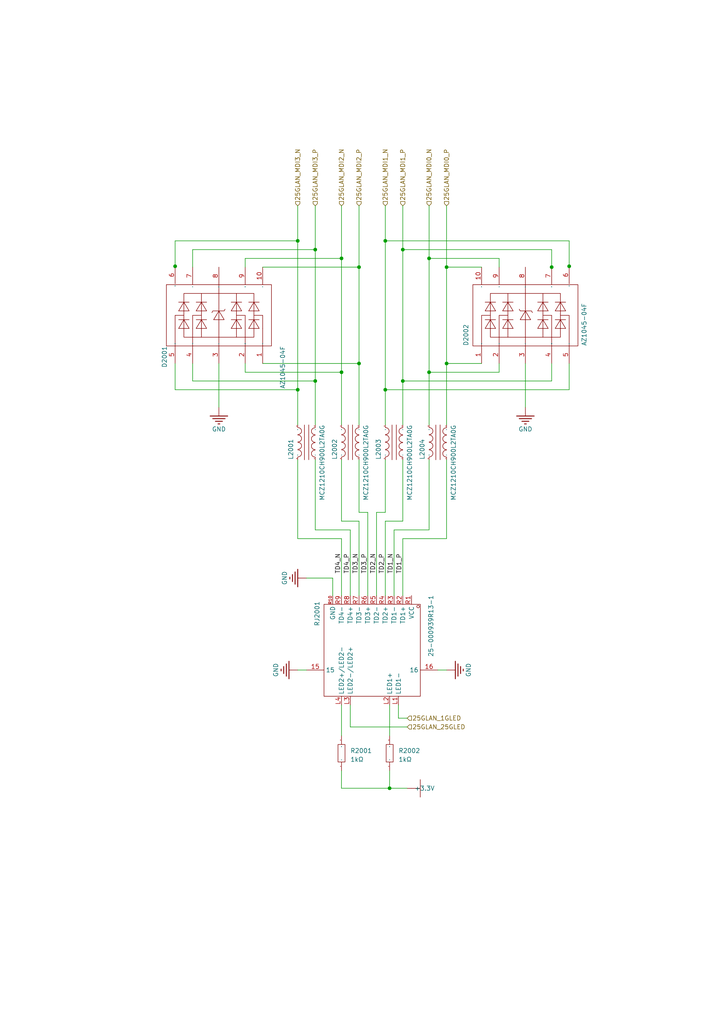
<source format=kicad_sch>
(kicad_sch (version 20250114) (generator "eeschema") (generator_version "9.0")
  (paper "A4" portrait)
  (lib_symbols
    (symbol "mainboard:0603WAF1001T5E"
      (property "Reference" "R" (at 0 0 0))
      (symbol "0603WAF1001T5E_1_0"
        (rectangle (start -2.54 -1.016) (end 2.54 1.016))
        (pin input line (at -5.08 0 0) (length 2.54) (name "1") (number "1"))
        (pin input line (at 5.08 0 180) (length 2.54) (name "2") (number "2"))
      )
    )
    (symbol "mainboard:25-000939R13-1"
      (property "Reference" "RJ" (at 0 0 0))
      (symbol "25-000939R13-1_1_0"
        (rectangle (start -20.32 -8.89) (end 6.35 19.05))
        (circle (center -19.685 18.415) (radius 0.381))
        (pin unspecified line (at -22.86 16.51 0) (length 2.54) (name "VCC") (number "R1"))
        (pin unspecified line (at -22.86 13.97 0) (length 2.54) (name "TD1+") (number "R2"))
        (pin unspecified line (at -22.86 11.43 0) (length 2.54) (name "TD1-") (number "R3"))
        (pin unspecified line (at -22.86 8.89 0) (length 2.54) (name "TD2+") (number "R4"))
        (pin unspecified line (at -22.86 6.35 0) (length 2.54) (name "TD2-") (number "R5"))
        (pin unspecified line (at -22.86 3.81 0) (length 2.54) (name "TD3+") (number "R6"))
        (pin unspecified line (at -22.86 1.27 0) (length 2.54) (name "TD3-") (number "R7"))
        (pin unspecified line (at -22.86 -1.27 0) (length 2.54) (name "TD4+") (number "R8"))
        (pin unspecified line (at -22.86 -3.81 0) (length 2.54) (name "TD4-") (number "R9"))
        (pin unspecified line (at -22.86 -6.35 0) (length 2.54) (name "GND") (number "R10"))
        (pin unspecified line (at -1.27 24.13 270) (length 5.08) (name "16") (number "16"))
        (pin unspecified line (at -1.27 -13.97 90) (length 5.08) (name "15") (number "15"))
        (pin unspecified line (at 8.89 12.7 180) (length 2.54) (name "LED1-") (number "L1"))
        (pin unspecified line (at 8.89 10.16 180) (length 2.54) (name "LED1+") (number "L2"))
        (pin unspecified line (at 8.89 -1.27 180) (length 2.54) (name "LED2-/LED2+") (number "L3"))
        (pin unspecified line (at 8.89 -3.81 180) (length 2.54) (name "LED2+/LED2-") (number "L4"))
      )
    )
    (symbol "mainboard:AZ1045-04F"
      (property "Reference" "D" (at 0 0 0))
      (symbol "AZ1045-04F_1_0"
        (rectangle (start -15.24 -10.16) (end 15.24 7.62))
        (polyline (pts (xy -12.7 -5.08) (xy -12.7 -10.16)))
        (polyline (pts (xy -11.684 2.54) (xy -8.636 2.54)))
        (polyline (pts (xy -11.684 -2.54) (xy -8.636 -2.54)))
        (polyline (pts (xy -10.16 2.54) (xy -10.16 5.08) (xy -10.16 5.08) (xy 10.16 5.08) (xy 10.16 5.08) (xy 10.16 2.54) (xy 10.16 2.54) (xy 10.16 -7.62) (xy 10.16 -7.62) (xy -10.16 -7.62) (xy -10.16 -7.62) (xy -10.16 2.54)))
        (polyline (pts (xy -10.16 -1.27) (xy -12.7 -1.27) (xy -12.7 -1.27) (xy -12.7 -5.08)))
        (polyline (pts (xy -8.636 0) (xy -10.16 2.54) (xy -10.16 2.54) (xy -11.684 0) (xy -11.684 0) (xy -8.636 0)))
        (polyline (pts (xy -8.636 -5.08) (xy -10.16 -2.54) (xy -10.16 -2.54) (xy -11.684 -5.08) (xy -11.684 -5.08) (xy -8.636 -5.08)))
        (polyline (pts (xy -7.62 -5.08) (xy -7.62 -10.16)))
        (polyline (pts (xy -6.604 2.54) (xy -3.556 2.54)))
        (polyline (pts (xy -6.604 -2.54) (xy -3.556 -2.54)))
        (polyline (pts (xy -5.08 5.08) (xy -5.08 -7.62)))
        (polyline (pts (xy -5.08 -1.27) (xy -7.62 -1.27) (xy -7.62 -1.27) (xy -7.62 -5.08)))
        (polyline (pts (xy -3.556 0) (xy -5.08 2.54) (xy -5.08 2.54) (xy -6.604 0) (xy -6.604 0) (xy -3.556 0)))
        (polyline (pts (xy -3.556 -5.08) (xy -5.08 -2.54) (xy -5.08 -2.54) (xy -6.604 -5.08) (xy -6.604 -5.08) (xy -3.556 -5.08)))
        (polyline (pts (xy 0 5.08) (xy 0 7.62)))
        (polyline (pts (xy 0 5.08) (xy 0 -7.62)))
        (polyline (pts (xy 0 -7.62) (xy 0 -10.16)))
        (polyline (pts (xy 1.524 -2.54) (xy 0 0) (xy 0 0) (xy -1.524 -2.54) (xy -1.524 -2.54) (xy 1.524 -2.54)))
        (polyline (pts (xy 2.032 -0.508) (xy 1.778 0) (xy 1.778 0) (xy -1.524 0) (xy -1.524 0) (xy -1.778 0.508)))
        (polyline (pts (xy 3.556 2.54) (xy 6.604 2.54)))
        (polyline (pts (xy 3.556 -2.54) (xy 6.604 -2.54)))
        (polyline (pts (xy 5.08 5.08) (xy 5.08 -7.62)))
        (polyline (pts (xy 5.08 -1.27) (xy 7.62 -1.27) (xy 7.62 -1.27) (xy 7.62 -5.08)))
        (polyline (pts (xy 6.604 0) (xy 5.08 2.54) (xy 5.08 2.54) (xy 3.556 0) (xy 3.556 0) (xy 6.604 0)))
        (polyline (pts (xy 6.604 -5.08) (xy 5.08 -2.54) (xy 5.08 -2.54) (xy 3.556 -5.08) (xy 3.556 -5.08) (xy 6.604 -5.08)))
        (polyline (pts (xy 7.62 -5.08) (xy 7.62 -10.16)))
        (polyline (pts (xy 8.636 2.54) (xy 11.684 2.54)))
        (polyline (pts (xy 8.636 -2.54) (xy 11.684 -2.54)))
        (polyline (pts (xy 10.16 -1.27) (xy 12.7 -1.27) (xy 12.7 -1.27) (xy 12.7 -5.08)))
        (polyline (pts (xy 11.684 0) (xy 10.16 2.54) (xy 10.16 2.54) (xy 8.636 0) (xy 8.636 0) (xy 11.684 0)))
        (polyline (pts (xy 11.684 -5.08) (xy 10.16 -2.54) (xy 10.16 -2.54) (xy 8.636 -5.08) (xy 8.636 -5.08) (xy 11.684 -5.08)))
        (polyline (pts (xy 12.7 -5.08) (xy 12.7 -10.16)))
        (pin unspecified line (at -12.7 12.7 270) (length 5.08) (name "NC") (number "10"))
        (pin unspecified line (at -12.7 -15.24 90) (length 5.08) (name "I/O_1") (number "1"))
        (pin unspecified line (at -7.62 12.7 270) (length 5.08) (name "NC") (number "9"))
        (pin unspecified line (at -7.62 -15.24 90) (length 5.08) (name "I/O_2") (number "2"))
        (pin unspecified line (at 0 12.7 270) (length 5.08) (name "GND") (number "8"))
        (pin unspecified line (at 0 -15.24 90) (length 5.08) (name "GND") (number "3"))
        (pin unspecified line (at 7.62 12.7 270) (length 5.08) (name "NC") (number "7"))
        (pin unspecified line (at 7.62 -15.24 90) (length 5.08) (name "I/O_3") (number "4"))
        (pin unspecified line (at 12.7 12.954 270) (length 5.08) (name "NC") (number "6"))
        (pin unspecified line (at 12.7 -15.24 90) (length 5.08) (name "I/O_4") (number "5"))
      )
    )
    (symbol "mainboard:Ground-GND" (power) (pin_numbers (hide yes)) (pin_names (hide yes))
      (property "Value" "GND" (at 0 -6.35 0))
      (symbol "Ground-GND_1_0"
        (polyline (pts (xy -2.54 -2.54) (xy 2.54 -2.54)) (stroke (width 0.254)))
        (polyline (pts (xy -1.778 -3.302) (xy 1.778 -3.302)) (stroke (width 0.254)))
        (polyline (pts (xy -1.016 -4.064) (xy 1.016 -4.064)) (stroke (width 0.254)))
        (polyline (pts (xy -0.254 -4.826) (xy 0.254 -4.826)) (stroke (width 0.254)))
        (pin power_in line (at 0 0 270) (length 2.54) (name "") (number "1"))
      )
    )
    (symbol "mainboard:MCZ1210CH900L2TA0G"
      (property "Reference" "U" (at 0 0 0))
      (symbol "MCZ1210CH900L2TA0G_1_0"
        (polyline (pts (xy -4.2672 -2.5146) (xy -4.2164 -2.1082) (xy -4.2164 -2.1082) (xy -4.0132 -1.7526) (xy -4.0132 -1.7526) (xy -3.6576 -1.4986) (xy -3.6576 -1.4986) (xy -3.2512 -1.4224) (xy -3.2512 -1.4224) (xy -2.8702 -1.4986) (xy -2.8702 -1.4986) (xy -2.5146 -1.7526) (xy -2.5146 -1.7526) (xy -2.3114 -2.1082) (xy -2.3114 -2.1082) (xy -2.2606 -2.5146)))
        (polyline (pts (xy -2.2098 2.5146) (xy -2.2352 2.1082) (xy -2.2352 2.1082) (xy -2.4638 1.7526) (xy -2.4638 1.7526) (xy -2.8194 1.4986) (xy -2.8194 1.4986) (xy -3.2004 1.4224) (xy -3.2004 1.4224) (xy -3.6068 1.4986) (xy -3.6068 1.4986) (xy -3.9624 1.7526) (xy -3.9624 1.7526) (xy -4.1656 2.1082) (xy -4.1656 2.1082) (xy -4.2164 2.5146)))
        (polyline (pts (xy -2.1082 -2.5146) (xy -2.0828 -2.1082) (xy -2.0828 -2.1082) (xy -1.8542 -1.7526) (xy -1.8542 -1.7526) (xy -1.4986 -1.4986) (xy -1.4986 -1.4986) (xy -1.1176 -1.4224) (xy -1.1176 -1.4224) (xy -0.7112 -1.4986) (xy -0.7112 -1.4986) (xy -0.3556 -1.7526) (xy -0.3556 -1.7526) (xy -0.1524 -2.1082) (xy -0.1524 -2.1082) (xy -0.1016 -2.5146)))
        (polyline (pts (xy 0 2.5146) (xy -0.0508 2.1082) (xy -0.0508 2.1082) (xy -0.2794 1.7526) (xy -0.2794 1.7526) (xy -0.6096 1.4986) (xy -0.6096 1.4986) (xy -1.016 1.4224) (xy -1.016 1.4224) (xy -1.4224 1.4986) (xy -1.4224 1.4986) (xy -1.7526 1.7526) (xy -1.7526 1.7526) (xy -1.9812 2.1082) (xy -1.9812 2.1082) (xy -2.032 2.5146)))
        (polyline (pts (xy 0 -2.5146) (xy 0.0508 -2.1082) (xy 0.0508 -2.1082) (xy 0.2794 -1.7526) (xy 0.2794 -1.7526) (xy 0.6096 -1.4986) (xy 0.6096 -1.4986) (xy 1.016 -1.4224) (xy 1.016 -1.4224) (xy 1.4224 -1.4986) (xy 1.4224 -1.4986) (xy 1.7526 -1.7526) (xy 1.7526 -1.7526) (xy 1.9812 -2.1082) (xy 1.9812 -2.1082) (xy 2.032 -2.5146)))
        (polyline (pts (xy 2.1082 2.5146) (xy 2.0828 2.1082) (xy 2.0828 2.1082) (xy 1.8542 1.7526) (xy 1.8542 1.7526) (xy 1.4986 1.4986) (xy 1.4986 1.4986) (xy 1.1176 1.4224) (xy 1.1176 1.4224) (xy 0.7112 1.4986) (xy 0.7112 1.4986) (xy 0.3556 1.7526) (xy 0.3556 1.7526) (xy 0.1524 2.1082) (xy 0.1524 2.1082) (xy 0.1016 2.5146)))
        (polyline (pts (xy 2.2098 -2.5146) (xy 2.2352 -2.1082) (xy 2.2352 -2.1082) (xy 2.4638 -1.7526) (xy 2.4638 -1.7526) (xy 2.8194 -1.4986) (xy 2.8194 -1.4986) (xy 3.2004 -1.4224) (xy 3.2004 -1.4224) (xy 3.6068 -1.4986) (xy 3.6068 -1.4986) (xy 3.9624 -1.7526) (xy 3.9624 -1.7526) (xy 4.1656 -2.1082) (xy 4.1656 -2.1082) (xy 4.2164 -2.5146)))
        (polyline (pts (xy 4.2672 2.5146) (xy 4.2164 2.1082) (xy 4.2164 2.1082) (xy 4.0132 1.7526) (xy 4.0132 1.7526) (xy 3.6576 1.4986) (xy 3.6576 1.4986) (xy 3.2512 1.4224) (xy 3.2512 1.4224) (xy 2.8702 1.4986) (xy 2.8702 1.4986) (xy 2.5146 1.7526) (xy 2.5146 1.7526) (xy 2.3114 2.1082) (xy 2.3114 2.1082) (xy 2.2606 2.5146)))
        (polyline (pts (xy 5.0546 0.6604) (xy -5.0546 0.6604)))
        (polyline (pts (xy 5.08 -0.5842) (xy -5.0292 -0.5842)))
        (pin unspecified line (at -5.08 2.54 0) (length 0.762) (name "1") (number "1"))
        (pin unspecified line (at -5.08 -2.54 0) (length 0.762) (name "2") (number "2"))
        (pin unspecified line (at 5.08 2.54 180) (length 0.762) (name "4") (number "4"))
        (pin unspecified line (at 5.08 -2.54 180) (length 0.762) (name "3") (number "3"))
      )
    )
    (symbol "mainboard:Power-5V" (power) (pin_numbers (hide yes)) (pin_names (hide yes))
      (symbol "Power-5V_1_0"
        (polyline (pts (xy -2.54 3.81) (xy 2.54 3.81)))
        (polyline (pts (xy 0 3.81) (xy 0 1.27)))
        (pin power_in line (at 0 0 90) (length 1.27) (name "+3.3V") (number "1"))
      )
    )
  )
  (junction (at 99.06 74.93))
  (junction (at 86.36 69.85))
  (junction (at 160.02 77.47))
  (junction (at 129.54 77.47))
  (junction (at 91.44 110.49))
  (junction (at 129.54 105.41))
  (junction (at 86.36 113.03))
  (junction (at 116.84 72.39))
  (junction (at 91.44 72.39))
  (junction (at 104.14 105.41))
  (junction (at 111.76 69.85))
  (junction (at 104.14 77.47))
  (junction (at 124.46 74.93))
  (junction (at 124.46 107.95))
  (junction (at 99.06 107.95))
  (junction (at 111.76 113.03))
  (junction (at 113.0046 228.6))
  (junction (at 116.84 110.49))
  (junction (at 165.1 77.216))
  (junction (at 50.8 77.216))
  (wire (pts (xy 50.8 69.85) (xy 86.36 69.85)))
  (wire (pts (xy 118.11 210.82) (xy 101.6 210.82)))
  (wire (pts (xy 71.12 105.41) (xy 71.12 107.95)))
  (wire (pts (xy 165.1 113.03) (xy 111.76 113.03)))
  (wire (pts (xy 71.12 77.47) (xy 71.12 74.93)))
  (wire (pts (xy 91.44 153.67) (xy 101.6 153.67)))
  (wire (pts (xy 99.06 172.72) (xy 99.06 156.21)))
  (wire (pts (xy 99.06 107.95) (xy 99.06 74.93)))
  (wire (pts (xy 104.14 151.13) (xy 99.06 151.13)))
  (wire (pts (xy 99.06 74.93) (xy 99.06 59.69)))
  (wire (pts (xy 106.68 172.72) (xy 106.68 148.59)))
  (wire (pts (xy 113.0046 228.6) (xy 113.03 223.52)))
  (wire (pts (xy 165.1 69.85) (xy 111.76 69.85)))
  (wire (pts (xy 111.76 69.85) (xy 111.76 59.69)))
  (wire (pts (xy 106.68 148.59) (xy 104.14 148.59)))
  (wire (pts (xy 101.6 172.72) (xy 101.6 153.67)))
  (wire (pts (xy 63.5 105.41) (xy 63.5 118.11)))
  (wire (pts (xy 86.36 69.85) (xy 86.36 59.69)))
  (wire (pts (xy 129.54 194.31) (xy 127 194.31)))
  (wire (pts (xy 116.84 72.39) (xy 116.84 110.49)))
  (wire (pts (xy 88.9 167.64) (xy 96.52 167.64)))
  (wire (pts (xy 129.54 105.41) (xy 139.7 105.41)))
  (wire (pts (xy 86.36 113.03) (xy 86.36 69.85)))
  (wire (pts (xy 91.44 153.67) (xy 91.44 133.35)))
  (wire (pts (xy 129.54 77.47) (xy 129.54 59.69)))
  (wire (pts (xy 50.8 77.2414) (xy 50.8 77.216)))
  (wire (pts (xy 91.44 110.49) (xy 91.44 123.19)))
  (wire (pts (xy 99.06 204.47) (xy 99.06 213.36)))
  (wire (pts (xy 111.76 113.03) (xy 111.76 123.19)))
  (wire (pts (xy 55.88 105.4354) (xy 55.88 110.49)))
  (wire (pts (xy 96.52 167.64) (xy 96.52 172.72)))
  (wire (pts (xy 118.11 208.28) (xy 115.57 208.28)))
  (wire (pts (xy 109.22 148.59) (xy 111.76 148.59)))
  (wire (pts (xy 160.02 110.49) (xy 116.84 110.49)))
  (wire (pts (xy 104.14 172.72) (xy 104.14 151.13)))
  (wire (pts (xy 109.22 172.72) (xy 109.22 148.59)))
  (wire (pts (xy 111.76 148.59) (xy 111.76 133.35)))
  (wire (pts (xy 104.14 77.47) (xy 104.14 59.69)))
  (wire (pts (xy 160.02 105.4354) (xy 160.02 110.49)))
  (wire (pts (xy 144.78 105.41) (xy 144.78 107.95)))
  (wire (pts (xy 116.84 72.39) (xy 116.84 59.69)))
  (wire (pts (xy 144.78 107.95) (xy 124.46 107.95)))
  (wire (pts (xy 50.8 105.4354) (xy 50.8 113.03)))
  (wire (pts (xy 116.84 172.72) (xy 116.84 156.21)))
  (wire (pts (xy 50.8 77.216) (xy 50.8 69.85)))
  (wire (pts (xy 124.46 74.93) (xy 124.46 59.69)))
  (wire (pts (xy 165.1 77.216) (xy 165.1 69.85)))
  (wire (pts (xy 124.46 107.95) (xy 124.46 74.93)))
  (wire (pts (xy 160.02 77.47) (xy 160.02 72.39)))
  (wire (pts (xy 50.8 113.03) (xy 86.36 113.03)))
  (wire (pts (xy 91.44 110.49) (xy 91.44 72.39)))
  (wire (pts (xy 165.1 105.4354) (xy 165.1 113.03)))
  (wire (pts (xy 99.06 156.21) (xy 86.36 156.21)))
  (wire (pts (xy 129.54 77.47) (xy 139.7 77.47)))
  (wire (pts (xy 111.76 172.72) (xy 111.76 151.13)))
  (wire (pts (xy 116.84 156.21) (xy 129.54 156.21)))
  (wire (pts (xy 165.1 77.2414) (xy 165.1 77.216)))
  (wire (pts (xy 86.36 156.21) (xy 86.36 133.35)))
  (wire (pts (xy 160.02 72.39) (xy 116.84 72.39)))
  (wire (pts (xy 152.4 105.41) (xy 152.4 118.11)))
  (wire (pts (xy 55.88 72.39) (xy 91.44 72.39)))
  (wire (pts (xy 91.44 72.39) (xy 91.44 59.69)))
  (wire (pts (xy 99.0346 228.6) (xy 113.0046 228.6)))
  (wire (pts (xy 104.14 148.59) (xy 104.14 133.35)))
  (wire (pts (xy 113.03 213.36) (xy 113.03 204.47)))
  (wire (pts (xy 104.14 105.41) (xy 104.14 123.19)))
  (wire (pts (xy 116.84 151.13) (xy 116.84 133.35)))
  (wire (pts (xy 86.36 113.03) (xy 86.36 123.19)))
  (wire (pts (xy 129.54 156.21) (xy 129.54 133.35)))
  (wire (pts (xy 104.14 77.47) (xy 76.2 77.47)))
  (wire (pts (xy 86.36 194.31) (xy 88.9 194.31)))
  (wire (pts (xy 99.06 151.13) (xy 99.06 133.35)))
  (wire (pts (xy 99.06 107.95) (xy 99.06 123.19)))
  (wire (pts (xy 114.3 172.72) (xy 114.3 153.67)))
  (wire (pts (xy 71.12 74.93) (xy 99.06 74.93)))
  (wire (pts (xy 104.14 105.41) (xy 76.2 105.41)))
  (wire (pts (xy 115.57 208.28) (xy 115.57 204.47)))
  (wire (pts (xy 144.78 74.93) (xy 124.46 74.93)))
  (wire (pts (xy 101.6 210.82) (xy 101.6 204.47)))
  (wire (pts (xy 113.0046 228.6) (xy 118.0846 228.6)))
  (wire (pts (xy 116.84 110.49) (xy 116.84 123.19)))
  (wire (pts (xy 124.46 107.95) (xy 124.46 123.19)))
  (wire (pts (xy 129.54 77.47) (xy 129.54 105.41)))
  (wire (pts (xy 114.3 153.67) (xy 124.46 153.67)))
  (wire (pts (xy 111.76 69.85) (xy 111.76 113.03)))
  (wire (pts (xy 55.88 77.47) (xy 55.88 72.39)))
  (wire (pts (xy 55.88 110.49) (xy 91.44 110.49)))
  (wire (pts (xy 129.54 105.41) (xy 129.54 123.19)))
  (wire (pts (xy 104.14 105.41) (xy 104.14 77.47)))
  (wire (pts (xy 111.76 151.13) (xy 116.84 151.13)))
  (wire (pts (xy 160.02 77.4954) (xy 160.02 77.47)))
  (wire (pts (xy 71.12 107.95) (xy 99.06 107.95)))
  (wire (pts (xy 99.0346 228.6) (xy 99.06 223.52)))
  (wire (pts (xy 144.78 77.47) (xy 144.78 74.93)))
  (wire (pts (xy 124.46 153.67) (xy 124.46 133.35)))
  (label "TD4_P" (at 101.6 166.37 90))
  (label "TD2_P" (at 111.76 166.37 90))
  (label "TD1_N" (at 114.3 166.37 90))
  (label "TD4_N" (at 99.06 166.37 90))
  (label "TD1_P" (at 116.84 166.37 90))
  (label "TD3_N" (at 104.14 166.37 90))
  (label "TD3_P" (at 106.68 166.37 90))
  (label "TD2_N" (at 109.22 166.37 90))
  (hierarchical_label "25GLAN_MDI0_P" (shape input) (at 129.54 59.69 90))
  (hierarchical_label "25GLAN_1GLED" (shape input) (at 118.11 208.28 0))
  (hierarchical_label "25GLAN_MDI0_N" (shape input) (at 124.46 59.69 90))
  (hierarchical_label "25GLAN_25GLED" (shape input) (at 118.11 210.82 0))
  (hierarchical_label "25GLAN_MDI2_P" (shape input) (at 104.14 59.69 90))
  (hierarchical_label "25GLAN_MDI1_N" (shape input) (at 111.76 59.69 90))
  (hierarchical_label "25GLAN_MDI2_N" (shape input) (at 99.06 59.69 90))
  (hierarchical_label "25GLAN_MDI3_N" (shape input) (at 86.36 59.69 90))
  (hierarchical_label "25GLAN_MDI1_P" (shape input) (at 116.84 59.69 90))
  (hierarchical_label "25GLAN_MDI3_P" (shape input) (at 91.44 59.69 90))
  (symbol (lib_id "mainboard:Power-5V") (at 118.0846 228.6254 270) (unit 1)
    (property "Reference" "#PWR02006" (effects (hide yes)))
    (property "Value" "+3.3V" (at 123.1646 228.6254 90))
    (property "Footprint" "mainboard:" (effects (hide yes)))
    (property "Description" "Power-5V" (effects (hide yes)))
  )
  (symbol (lib_id "mainboard:25-000939R13-1") (at 102.87 195.58 270) (unit 1)
    (property "Reference" "RJ2001" (at 92.71 181.61 0) (effects (justify right top)))
    (property "Value" "25-000939R13-1" (at 125.73 190.5 0) (effects (justify right top)))
    (property "Footprint" "mainboard:RJ45-SMD_25-000939R13-1" (effects (hide yes)))
    (property "Datasheet" "https://atta.szlcsc.com/upload/public/pdf/source/20190109/C363351_C85D101C895700689739DD45C2236BD5.pdf" (effects (hide yes)))
    (property "Description" "Connector Type:RJ45Receptacle Number of Ports:1 Shielding:- LED:WithLED Ratings:-" (effects (hide yes)))
    (property "Manufacturer Part" "25-000939R13-1" (effects (hide yes)))
    (property "Manufacturer" "UDE(涌德电子)" (effects (hide yes)))
    (property "Supplier Part" "C363351" (effects (hide yes)))
    (property "Supplier" "LCSC" (effects (hide yes)))
    (property "LCSC Part Name" "带LED" (effects (hide yes)))
  )
  (symbol (lib_id "mainboard:AZ1045-04F") (at 152.4 90.17 0) (unit 1)
    (property "Reference" "D2002" (at 135.89 100.33 90) (effects (justify left bottom)))
    (property "Value" "AZ1045-04F" (at 170.18 100.33 90) (effects (justify left bottom)))
    (property "Footprint" "mainboard:DFN2510-10_L2.5-W1.0-P0.50-BL" (effects (hide yes)))
    (property "Datasheet" "https://atta.szlcsc.com/upload/public/pdf/source/20220406/8EAFF16680D4CFE618D2B8CBCD10F1DA.pdf" (effects (hide yes)))
    (property "Description" "polarity:Unidirectional Reverse Stand-Off Voltage (Vrwm):5V Maximum Clamping Voltage:16V Peak Pulse Current (Ipp):4A Peak Pulse Power Dissipation (Ppp):80W Breakdown Voltage:8V Reverse Leakage Current (Ir):100nA Number of Lines:Four channels Operating Tem" (effects (hide yes)))
    (property "Manufacturer Part" "AZ1045-04F" (effects (hide yes)))
    (property "Manufacturer" "TECH PUBLIC(台舟)" (effects (hide yes)))
    (property "Supplier Part" "C2987152" (effects (hide yes)))
    (property "Supplier" "LCSC" (effects (hide yes)))
    (property "LCSC Part Name" "AZ1045-04F" (effects (hide yes)))
  )
  (symbol (lib_id "mainboard:MCZ1210CH900L2TA0G") (at 88.9 128.27 270) (unit 1)
    (property "Reference" "L2001" (at 85.09 133.35 0) (effects (justify right top)))
    (property "Value" "MCZ1210CH900L2TA0G" (at 92.71 123.19 0) (effects (justify left bottom)))
    (property "Footprint" "mainboard:FILTER-SMD_4P-L1.3-W1.0-P0.55-BL" (effects (hide yes)))
    (property "Datasheet" "https://atta.szlcsc.com/upload/public/pdf/source/20240628/AD7C1E2B4998B31509AEA6EF421EFC98.pdf" (effects (hide yes)))
    (property "Manufacturer Part" "MCZ1210CH900L2TA0G" (effects (hide yes)))
    (property "Manufacturer" "TDK" (effects (hide yes)))
    (property "Supplier Part" "C307688" (effects (hide yes)))
    (property "Supplier" "LCSC" (effects (hide yes)))
    (property "LCSC Part Name" "MCZ1210CH900L2TA0G 停产" (effects (hide yes)))
  )
  (symbol (lib_id "mainboard:Ground-GND") (at 152.4 118.11 0) (unit 1)
    (property "Reference" "#PWR02002" (effects (hide yes)))
    (property "Value" "GND" (at 152.4 124.46 0))
    (property "Footprint" "mainboard:" (effects (hide yes)))
  )
  (symbol (lib_id "mainboard:AZ1045-04F") (at 63.5 90.17 0) (mirror y) (unit 1)
    (property "Reference" "D2001" (at 46.99 100.33 90) (effects (justify right bottom)))
    (property "Value" "AZ1045-04F" (at 81.28 100.33 90) (effects (justify right bottom)))
    (property "Footprint" "mainboard:DFN2510-10_L2.5-W1.0-P0.50-BL" (effects (hide yes)))
    (property "Datasheet" "https://atta.szlcsc.com/upload/public/pdf/source/20220406/8EAFF16680D4CFE618D2B8CBCD10F1DA.pdf" (effects (hide yes)))
    (property "Description" "polarity:Unidirectional Reverse Stand-Off Voltage (Vrwm):5V Maximum Clamping Voltage:16V Peak Pulse Current (Ipp):4A Peak Pulse Power Dissipation (Ppp):80W Breakdown Voltage:8V Reverse Leakage Current (Ir):100nA Number of Lines:Four channels Operating Tem" (effects (hide yes)))
    (property "Manufacturer Part" "AZ1045-04F" (effects (hide yes)))
    (property "Manufacturer" "TECH PUBLIC(台舟)" (effects (hide yes)))
    (property "Supplier Part" "C2987152" (effects (hide yes)))
    (property "Supplier" "LCSC" (effects (hide yes)))
    (property "LCSC Part Name" "AZ1045-04F" (effects (hide yes)))
  )
  (symbol (lib_id "mainboard:Ground-GND") (at 63.5 118.11 0) (unit 1)
    (property "Reference" "#PWR02001" (effects (hide yes)))
    (property "Value" "GND" (at 63.5 124.46 0))
    (property "Footprint" "mainboard:" (effects (hide yes)))
  )
  (symbol (lib_id "mainboard:0603WAF1001T5E") (at 113.03 218.44 90) (unit 1)
    (property "Reference" "R2002" (at 115.57 218.44 90) (effects (justify right top)))
    (property "Value" "1kΩ" (at 115.57 220.98 90) (effects (justify right top)))
    (property "Footprint" "mainboard:R0603" (effects (hide yes)))
    (property "Datasheet" "https://atta.szlcsc.com/upload/public/pdf/source/20200306/C422600_1E6D84923E4A46A82E41ADD87F860B5C.pdf" (effects (hide yes)))
    (property "Description" "Type:Thick Film Resistors Resistance:1kΩ Tolerance:±1% Tolerance:±1% Power(Watts): Overload Voltage (Max): Temperature Coefficient:±100ppm/°C Temperature Coefficient:±100ppm/°C Operating Temperature Range:-55°C~+155°C Operating Temperature Range:-55°C~+155°C" (effects (hide yes)))
    (property "Manufacturer Part" "0603WAF1001T5E" (effects (hide yes)))
    (property "Manufacturer" "UNI-ROYAL(厚声)" (effects (hide yes)))
    (property "Supplier Part" "C21190" (effects (hide yes)))
    (property "Supplier" "LCSC" (effects (hide yes)))
    (property "LCSC Part Name" "1kΩ ±1% 100mW 厚膜电阻" (effects (hide yes)))
  )
  (symbol (lib_id "mainboard:MCZ1210CH900L2TA0G") (at 127 128.27 270) (unit 1)
    (property "Reference" "L2004" (at 123.19 133.35 0) (effects (justify right top)))
    (property "Value" "MCZ1210CH900L2TA0G" (at 130.81 123.19 0) (effects (justify left bottom)))
    (property "Footprint" "mainboard:FILTER-SMD_4P-L1.3-W1.0-P0.55-BL" (effects (hide yes)))
    (property "Datasheet" "https://atta.szlcsc.com/upload/public/pdf/source/20240628/AD7C1E2B4998B31509AEA6EF421EFC98.pdf" (effects (hide yes)))
    (property "Manufacturer Part" "MCZ1210CH900L2TA0G" (effects (hide yes)))
    (property "Manufacturer" "TDK" (effects (hide yes)))
    (property "Supplier Part" "C307688" (effects (hide yes)))
    (property "Supplier" "LCSC" (effects (hide yes)))
    (property "LCSC Part Name" "MCZ1210CH900L2TA0G 停产" (effects (hide yes)))
  )
  (symbol (lib_id "mainboard:Ground-GND") (at 86.36 194.31 270) (unit 1)
    (property "Reference" "#PWR02004" (effects (hide yes)))
    (property "Value" "GND" (at 80.01 194.31 0))
    (property "Footprint" "mainboard:" (effects (hide yes)))
  )
  (symbol (lib_id "mainboard:Ground-GND") (at 129.54 194.31 90) (unit 1)
    (property "Reference" "#PWR02005" (effects (hide yes)))
    (property "Value" "GND" (at 135.89 194.31 0))
    (property "Footprint" "mainboard:" (effects (hide yes)))
  )
  (symbol (lib_id "mainboard:Ground-GND") (at 88.9 167.64 270) (unit 1)
    (property "Reference" "#PWR02003" (effects (hide yes)))
    (property "Value" "GND" (at 82.55 167.64 0))
    (property "Footprint" "mainboard:" (effects (hide yes)))
  )
  (symbol (lib_id "mainboard:MCZ1210CH900L2TA0G") (at 114.3 128.27 270) (unit 1)
    (property "Reference" "L2003" (at 110.49 133.35 0) (effects (justify right top)))
    (property "Value" "MCZ1210CH900L2TA0G" (at 118.11 123.19 0) (effects (justify left bottom)))
    (property "Footprint" "mainboard:FILTER-SMD_4P-L1.3-W1.0-P0.55-BL" (effects (hide yes)))
    (property "Datasheet" "https://atta.szlcsc.com/upload/public/pdf/source/20240628/AD7C1E2B4998B31509AEA6EF421EFC98.pdf" (effects (hide yes)))
    (property "Manufacturer Part" "MCZ1210CH900L2TA0G" (effects (hide yes)))
    (property "Manufacturer" "TDK" (effects (hide yes)))
    (property "Supplier Part" "C307688" (effects (hide yes)))
    (property "Supplier" "LCSC" (effects (hide yes)))
    (property "LCSC Part Name" "MCZ1210CH900L2TA0G 停产" (effects (hide yes)))
  )
  (symbol (lib_id "mainboard:0603WAF1001T5E") (at 99.06 218.44 90) (unit 1)
    (property "Reference" "R2001" (at 101.6 218.44 90) (effects (justify right top)))
    (property "Value" "1kΩ" (at 101.6 220.98 90) (effects (justify right top)))
    (property "Footprint" "mainboard:R0603" (effects (hide yes)))
    (property "Datasheet" "https://atta.szlcsc.com/upload/public/pdf/source/20200306/C422600_1E6D84923E4A46A82E41ADD87F860B5C.pdf" (effects (hide yes)))
    (property "Description" "Type:Thick Film Resistors Resistance:1kΩ Tolerance:±1% Tolerance:±1% Power(Watts): Overload Voltage (Max): Temperature Coefficient:±100ppm/°C Temperature Coefficient:±100ppm/°C Operating Temperature Range:-55°C~+155°C Operating Temperature Range:-55°C~+155°C" (effects (hide yes)))
    (property "Manufacturer Part" "0603WAF1001T5E" (effects (hide yes)))
    (property "Manufacturer" "UNI-ROYAL(厚声)" (effects (hide yes)))
    (property "Supplier Part" "C21190" (effects (hide yes)))
    (property "Supplier" "LCSC" (effects (hide yes)))
    (property "LCSC Part Name" "1kΩ ±1% 100mW 厚膜电阻" (effects (hide yes)))
  )
  (symbol (lib_id "mainboard:MCZ1210CH900L2TA0G") (at 101.6 128.27 270) (unit 1)
    (property "Reference" "L2002" (at 97.79 133.35 0) (effects (justify right top)))
    (property "Value" "MCZ1210CH900L2TA0G" (at 105.41 123.19 0) (effects (justify left bottom)))
    (property "Footprint" "mainboard:FILTER-SMD_4P-L1.3-W1.0-P0.55-BL" (effects (hide yes)))
    (property "Datasheet" "https://atta.szlcsc.com/upload/public/pdf/source/20240628/AD7C1E2B4998B31509AEA6EF421EFC98.pdf" (effects (hide yes)))
    (property "Manufacturer Part" "MCZ1210CH900L2TA0G" (effects (hide yes)))
    (property "Manufacturer" "TDK" (effects (hide yes)))
    (property "Supplier Part" "C307688" (effects (hide yes)))
    (property "Supplier" "LCSC" (effects (hide yes)))
    (property "LCSC Part Name" "MCZ1210CH900L2TA0G 停产" (effects (hide yes)))
  )
)
</source>
